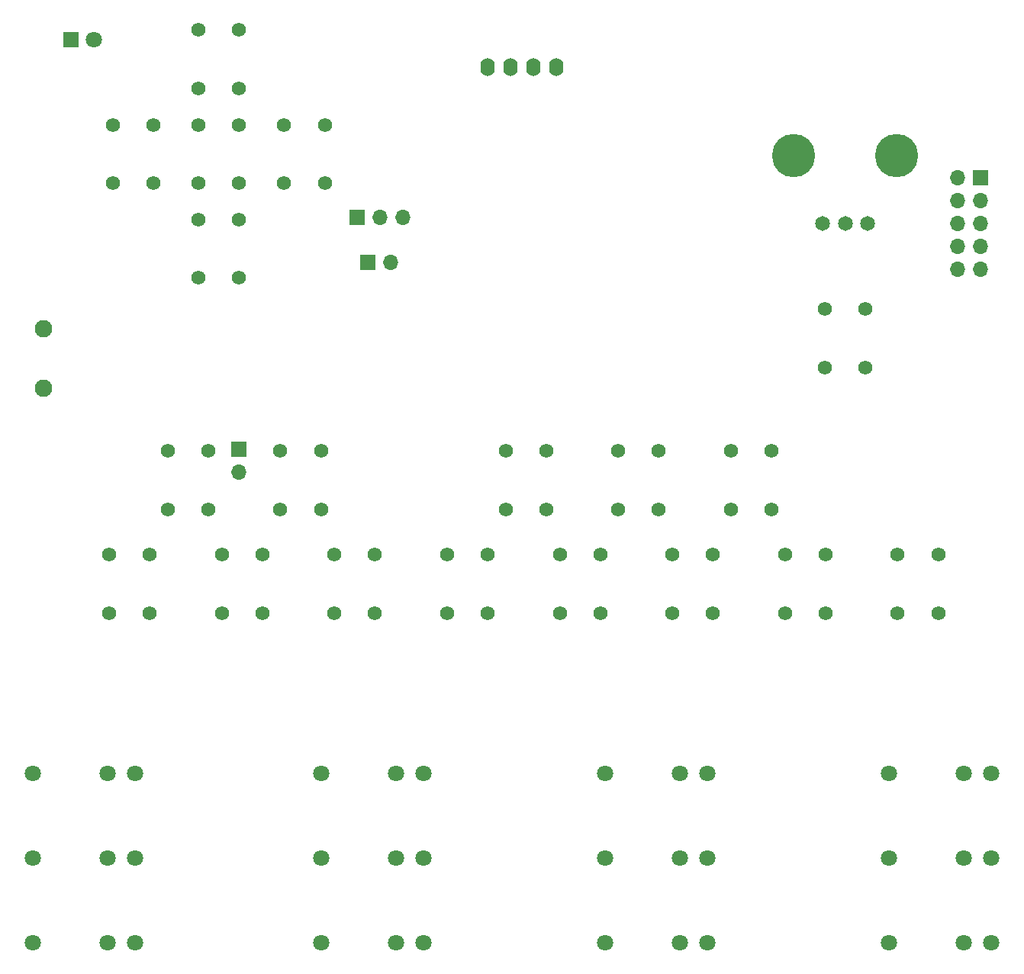
<source format=gbs>
G04 #@! TF.GenerationSoftware,KiCad,Pcbnew,(6.0.0)*
G04 #@! TF.CreationDate,2022-04-06T20:06:18+02:00*
G04 #@! TF.ProjectId,GenerativeEngine,47656e65-7261-4746-9976-65456e67696e,rev?*
G04 #@! TF.SameCoordinates,Original*
G04 #@! TF.FileFunction,Soldermask,Bot*
G04 #@! TF.FilePolarity,Negative*
%FSLAX46Y46*%
G04 Gerber Fmt 4.6, Leading zero omitted, Abs format (unit mm)*
G04 Created by KiCad (PCBNEW (6.0.0)) date 2022-04-06 20:06:18*
%MOMM*%
%LPD*%
G01*
G04 APERTURE LIST*
%ADD10C,1.575000*%
%ADD11C,1.800000*%
%ADD12C,1.950000*%
%ADD13R,1.800000X1.800000*%
%ADD14C,1.650000*%
%ADD15C,4.800000*%
%ADD16O,1.600000X2.000000*%
%ADD17R,1.700000X1.700000*%
%ADD18O,1.700000X1.700000*%
G04 APERTURE END LIST*
D10*
X109560400Y-108027400D03*
X109560400Y-114527400D03*
X114060400Y-108027400D03*
X114060400Y-114527400D03*
X66060900Y-96527400D03*
X66060900Y-103027400D03*
X70560900Y-96527400D03*
X70560900Y-103027400D03*
D11*
X144964200Y-141734400D03*
X141864200Y-141734400D03*
X133564200Y-141734400D03*
D10*
X59560900Y-108027400D03*
X59560900Y-114527400D03*
X64060900Y-108027400D03*
X64060900Y-114527400D03*
X56984200Y-49834400D03*
X56984200Y-56334400D03*
X61484200Y-49834400D03*
X61484200Y-56334400D03*
X66484200Y-60334400D03*
X66484200Y-66834400D03*
X70984200Y-60334400D03*
X70984200Y-66834400D03*
X72060900Y-108027400D03*
X72060900Y-114527400D03*
X76560900Y-108027400D03*
X76560900Y-114527400D03*
X47484200Y-60334400D03*
X47484200Y-66834400D03*
X51984200Y-60334400D03*
X51984200Y-66834400D03*
X84560900Y-108027400D03*
X84560900Y-114527400D03*
X89060900Y-108027400D03*
X89060900Y-114527400D03*
D11*
X49964200Y-151110800D03*
X46864200Y-151110800D03*
X38564200Y-151110800D03*
D12*
X39780300Y-82983800D03*
X39780300Y-89583800D03*
D10*
X91060900Y-96527400D03*
X91060900Y-103027400D03*
X95560900Y-96527400D03*
X95560900Y-103027400D03*
X134560400Y-108027400D03*
X134560400Y-114527400D03*
X139060400Y-108027400D03*
X139060400Y-114527400D03*
D11*
X81964200Y-132334400D03*
X78864200Y-132334400D03*
X70564200Y-132334400D03*
X49959200Y-132334400D03*
X46859200Y-132334400D03*
X38559200Y-132334400D03*
D13*
X42839200Y-50882400D03*
D11*
X45379200Y-50882400D03*
D10*
X122060400Y-108027400D03*
X122060400Y-114527400D03*
X126560400Y-108027400D03*
X126560400Y-114527400D03*
X116060900Y-96527400D03*
X116060900Y-103027400D03*
X120560900Y-96527400D03*
X120560900Y-103027400D03*
D11*
X113464200Y-132334400D03*
X110364200Y-132334400D03*
X102064200Y-132334400D03*
D10*
X53560900Y-96527400D03*
X53560900Y-103027400D03*
X58060900Y-96527400D03*
X58060900Y-103027400D03*
D11*
X113464200Y-141734400D03*
X110364200Y-141734400D03*
X102064200Y-141734400D03*
D10*
X56984200Y-70834400D03*
X56984200Y-77334400D03*
X61484200Y-70834400D03*
X61484200Y-77334400D03*
D11*
X113464200Y-151110800D03*
X110364200Y-151110800D03*
X102064200Y-151110800D03*
X144964200Y-151134400D03*
X141864200Y-151134400D03*
X133564200Y-151134400D03*
D14*
X126227000Y-71267500D03*
X131227000Y-71267500D03*
X128727000Y-71267500D03*
D15*
X134427000Y-63767500D03*
X123027000Y-63767500D03*
D16*
X89018600Y-53912200D03*
X91558600Y-53912200D03*
X94098600Y-53912200D03*
X96638600Y-53912200D03*
D11*
X144964200Y-132334400D03*
X141864200Y-132334400D03*
X133564200Y-132334400D03*
D10*
X97060900Y-108027400D03*
X97060900Y-114527400D03*
X101560900Y-108027400D03*
X101560900Y-114527400D03*
D11*
X81964200Y-151110800D03*
X78864200Y-151110800D03*
X70564200Y-151110800D03*
D10*
X126485328Y-80758410D03*
X126485328Y-87258410D03*
X130985328Y-80758410D03*
X130985328Y-87258410D03*
X47060900Y-108027400D03*
X47060900Y-114527400D03*
X51560900Y-108027400D03*
X51560900Y-114527400D03*
D11*
X81964200Y-141734400D03*
X78864200Y-141734400D03*
X70564200Y-141734400D03*
D10*
X56984200Y-60334400D03*
X56984200Y-66834400D03*
X61484200Y-60334400D03*
X61484200Y-66834400D03*
X103560900Y-96527400D03*
X103560900Y-103027400D03*
X108060900Y-96527400D03*
X108060900Y-103027400D03*
D11*
X49964200Y-141734400D03*
X46864200Y-141734400D03*
X38564200Y-141734400D03*
D17*
X61417200Y-96337200D03*
D18*
X61417200Y-98877200D03*
D17*
X74549000Y-70637400D03*
D18*
X77089000Y-70637400D03*
X79629000Y-70637400D03*
D17*
X143718200Y-66248200D03*
D18*
X141178200Y-66248200D03*
X143718200Y-68788200D03*
X141178200Y-68788200D03*
X143718200Y-71328200D03*
X141178200Y-71328200D03*
X143718200Y-73868200D03*
X141178200Y-73868200D03*
X143718200Y-76408200D03*
X141178200Y-76408200D03*
D17*
X75763200Y-75615800D03*
D18*
X78303200Y-75615800D03*
M02*

</source>
